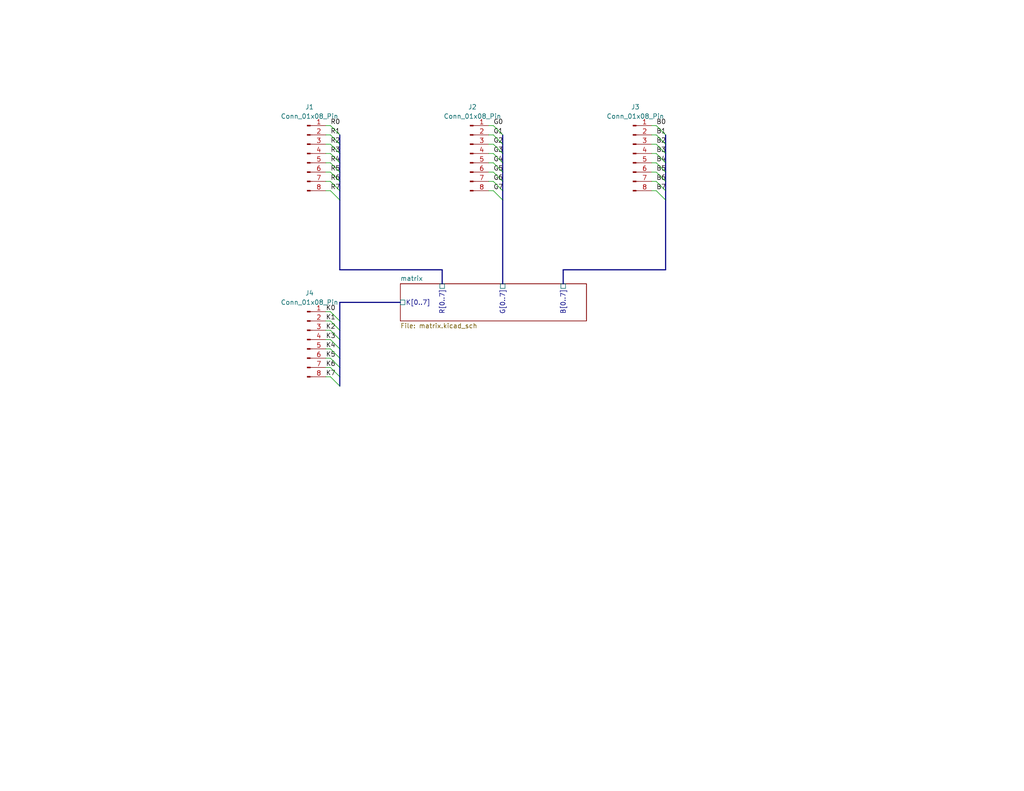
<source format=kicad_sch>
(kicad_sch (version 20250114) (generator "eeschema") (generator_version "9.0")
  (paper "USLetter")
  (lib_symbols
    (symbol "Connector:Conn_01x08_Pin" (pin_names (offset 1.016) (hide yes))
      (property "Reference" "J" (at 0 10.16 0))
      (property "Value" "Conn_01x08_Pin" (at 0 -12.7 0))
      (symbol "Conn_01x08_Pin_1_1"
        (rectangle (start 0.8636 7.747) (end 0 7.493) (stroke (width 0.1524)) (fill (type outline)))
        (rectangle (start 0.8636 5.207) (end 0 4.953) (stroke (width 0.1524)) (fill (type outline)))
        (rectangle (start 0.8636 2.667) (end 0 2.413) (stroke (width 0.1524)) (fill (type outline)))
        (rectangle (start 0.8636 0.127) (end 0 -0.127) (stroke (width 0.1524)) (fill (type outline)))
        (rectangle (start 0.8636 -2.413) (end 0 -2.667) (stroke (width 0.1524)) (fill (type outline)))
        (rectangle (start 0.8636 -4.953) (end 0 -5.207) (stroke (width 0.1524)) (fill (type outline)))
        (rectangle (start 0.8636 -7.493) (end 0 -7.747) (stroke (width 0.1524)) (fill (type outline)))
        (rectangle (start 0.8636 -10.033) (end 0 -10.287) (stroke (width 0.1524)) (fill (type outline)))
        (polyline (pts (xy 1.27 7.62) (xy 0.8636 7.62)) (stroke (width 0.1524)))
        (polyline (pts (xy 1.27 5.08) (xy 0.8636 5.08)) (stroke (width 0.1524)))
        (polyline (pts (xy 1.27 2.54) (xy 0.8636 2.54)) (stroke (width 0.1524)))
        (polyline (pts (xy 1.27 0) (xy 0.8636 0)) (stroke (width 0.1524)))
        (polyline (pts (xy 1.27 -2.54) (xy 0.8636 -2.54)) (stroke (width 0.1524)))
        (polyline (pts (xy 1.27 -5.08) (xy 0.8636 -5.08)) (stroke (width 0.1524)))
        (polyline (pts (xy 1.27 -7.62) (xy 0.8636 -7.62)) (stroke (width 0.1524)))
        (polyline (pts (xy 1.27 -10.16) (xy 0.8636 -10.16)) (stroke (width 0.1524)))
        (pin passive line (at 5.08 7.62 180) (length 3.81) (name "Pin_1") (number "1"))
        (pin passive line (at 5.08 5.08 180) (length 3.81) (name "Pin_2") (number "2"))
        (pin passive line (at 5.08 2.54 180) (length 3.81) (name "Pin_3") (number "3"))
        (pin passive line (at 5.08 0 180) (length 3.81) (name "Pin_4") (number "4"))
        (pin passive line (at 5.08 -2.54 180) (length 3.81) (name "Pin_5") (number "5"))
        (pin passive line (at 5.08 -5.08 180) (length 3.81) (name "Pin_6") (number "6"))
        (pin passive line (at 5.08 -7.62 180) (length 3.81) (name "Pin_7") (number "7"))
        (pin passive line (at 5.08 -10.16 180) (length 3.81) (name "Pin_8") (number "8"))
      )
    )
  )
  (bus_entry (at 134.62 49.53) (size 2.54 2.54))
  (bus_entry (at 134.62 34.29) (size 2.54 2.54))
  (bus_entry (at 134.62 36.83) (size 2.54 2.54))
  (bus_entry (at 179.07 46.99) (size 2.54 2.54))
  (bus_entry (at 134.62 52.07) (size 2.54 2.54))
  (bus_entry (at 179.07 34.29) (size 2.54 2.54))
  (bus_entry (at 179.07 49.53) (size 2.54 2.54))
  (bus_entry (at 90.17 34.29) (size 2.54 2.54))
  (bus_entry (at 90.17 52.07) (size 2.54 2.54))
  (bus_entry (at 90.17 97.79) (size 2.54 2.54))
  (bus_entry (at 134.62 41.91) (size 2.54 2.54))
  (bus_entry (at 179.07 41.91) (size 2.54 2.54))
  (bus_entry (at 179.07 52.07) (size 2.54 2.54))
  (bus_entry (at 90.17 41.91) (size 2.54 2.54))
  (bus_entry (at 90.17 102.87) (size 2.54 2.54))
  (bus_entry (at 179.07 39.37) (size 2.54 2.54))
  (bus_entry (at 90.17 90.17) (size 2.54 2.54))
  (bus_entry (at 90.17 92.71) (size 2.54 2.54))
  (bus_entry (at 90.17 36.83) (size 2.54 2.54))
  (bus_entry (at 90.17 87.63) (size 2.54 2.54))
  (bus_entry (at 134.62 44.45) (size 2.54 2.54))
  (bus_entry (at 90.17 95.25) (size 2.54 2.54))
  (bus_entry (at 179.07 44.45) (size 2.54 2.54))
  (bus_entry (at 179.07 36.83) (size 2.54 2.54))
  (bus_entry (at 90.17 85.09) (size 2.54 2.54))
  (bus_entry (at 90.17 100.33) (size 2.54 2.54))
  (bus_entry (at 90.17 44.45) (size 2.54 2.54))
  (bus_entry (at 90.17 46.99) (size 2.54 2.54))
  (bus_entry (at 134.62 39.37) (size 2.54 2.54))
  (bus_entry (at 90.17 49.53) (size 2.54 2.54))
  (bus_entry (at 90.17 39.37) (size 2.54 2.54))
  (bus_entry (at 134.62 46.99) (size 2.54 2.54))
  (bus (pts (xy 181.61 73.66) (xy 153.67 73.66)))
  (wire (pts (xy 88.9 39.37) (xy 90.17 39.37)))
  (wire (pts (xy 133.35 44.45) (xy 134.62 44.45)))
  (bus (pts (xy 137.16 46.99) (xy 137.16 49.53)))
  (bus (pts (xy 92.71 73.66) (xy 120.65 73.66)))
  (bus (pts (xy 92.71 102.87) (xy 92.71 100.33)))
  (wire (pts (xy 88.9 87.63) (xy 90.17 87.63)))
  (bus (pts (xy 181.61 46.99) (xy 181.61 49.53)))
  (wire (pts (xy 177.8 49.53) (xy 179.07 49.53)))
  (bus (pts (xy 92.71 49.53) (xy 92.71 52.07)))
  (bus (pts (xy 181.61 39.37) (xy 181.61 41.91)))
  (wire (pts (xy 88.9 97.79) (xy 90.17 97.79)))
  (bus (pts (xy 92.71 90.17) (xy 92.71 87.63)))
  (wire (pts (xy 133.35 46.99) (xy 134.62 46.99)))
  (wire (pts (xy 88.9 49.53) (xy 90.17 49.53)))
  (wire (pts (xy 133.35 52.07) (xy 134.62 52.07)))
  (wire (pts (xy 133.35 49.53) (xy 134.62 49.53)))
  (wire (pts (xy 177.8 36.83) (xy 179.07 36.83)))
  (wire (pts (xy 88.9 92.71) (xy 90.17 92.71)))
  (bus (pts (xy 153.67 73.66) (xy 153.67 77.47)))
  (wire (pts (xy 88.9 95.25) (xy 90.17 95.25)))
  (wire (pts (xy 177.8 52.07) (xy 179.07 52.07)))
  (bus (pts (xy 137.16 44.45) (xy 137.16 46.99)))
  (wire (pts (xy 88.9 44.45) (xy 90.17 44.45)))
  (wire (pts (xy 88.9 34.29) (xy 90.17 34.29)))
  (wire (pts (xy 133.35 34.29) (xy 134.62 34.29)))
  (bus (pts (xy 92.71 36.83) (xy 92.71 39.37)))
  (wire (pts (xy 88.9 46.99) (xy 90.17 46.99)))
  (bus (pts (xy 137.16 54.61) (xy 137.16 77.47)))
  (bus (pts (xy 92.71 54.61) (xy 92.71 73.66)))
  (bus (pts (xy 120.65 73.66) (xy 120.65 77.47)))
  (wire (pts (xy 133.35 36.83) (xy 134.62 36.83)))
  (bus (pts (xy 92.71 39.37) (xy 92.71 41.91)))
  (wire (pts (xy 133.35 39.37) (xy 134.62 39.37)))
  (bus (pts (xy 137.16 41.91) (xy 137.16 44.45)))
  (wire (pts (xy 88.9 52.07) (xy 90.17 52.07)))
  (bus (pts (xy 137.16 49.53) (xy 137.16 52.07)))
  (bus (pts (xy 92.71 100.33) (xy 92.71 97.79)))
  (wire (pts (xy 88.9 41.91) (xy 90.17 41.91)))
  (bus (pts (xy 137.16 52.07) (xy 137.16 54.61)))
  (bus (pts (xy 92.71 97.79) (xy 92.71 95.25)))
  (bus (pts (xy 92.71 92.71) (xy 92.71 90.17)))
  (wire (pts (xy 177.8 44.45) (xy 179.07 44.45)))
  (bus (pts (xy 181.61 52.07) (xy 181.61 54.61)))
  (bus (pts (xy 92.71 82.55) (xy 92.71 87.63)))
  (wire (pts (xy 88.9 90.17) (xy 90.17 90.17)))
  (bus (pts (xy 181.61 44.45) (xy 181.61 46.99)))
  (bus (pts (xy 181.61 41.91) (xy 181.61 44.45)))
  (wire (pts (xy 177.8 46.99) (xy 179.07 46.99)))
  (bus (pts (xy 181.61 36.83) (xy 181.61 39.37)))
  (wire (pts (xy 88.9 100.33) (xy 90.17 100.33)))
  (bus (pts (xy 137.16 39.37) (xy 137.16 41.91)))
  (wire (pts (xy 88.9 36.83) (xy 90.17 36.83)))
  (wire (pts (xy 88.9 102.87) (xy 90.17 102.87)))
  (bus (pts (xy 92.71 52.07) (xy 92.71 54.61)))
  (wire (pts (xy 177.8 41.91) (xy 179.07 41.91)))
  (bus (pts (xy 92.71 82.55) (xy 109.22 82.55)))
  (bus (pts (xy 92.71 46.99) (xy 92.71 49.53)))
  (wire (pts (xy 177.8 34.29) (xy 179.07 34.29)))
  (wire (pts (xy 177.8 39.37) (xy 179.07 39.37)))
  (bus (pts (xy 92.71 95.25) (xy 92.71 92.71)))
  (wire (pts (xy 88.9 85.09) (xy 90.17 85.09)))
  (wire (pts (xy 133.35 41.91) (xy 134.62 41.91)))
  (bus (pts (xy 181.61 54.61) (xy 181.61 73.66)))
  (bus (pts (xy 181.61 49.53) (xy 181.61 52.07)))
  (bus (pts (xy 137.16 36.83) (xy 137.16 39.37)))
  (bus (pts (xy 92.71 105.41) (xy 92.71 102.87)))
  (bus (pts (xy 92.71 44.45) (xy 92.71 46.99)))
  (bus (pts (xy 92.71 41.91) (xy 92.71 44.45)))
  (label "G2" (at 134.62 39.37 0))
  (label "G3" (at 134.62 41.91 0))
  (label "G4" (at 134.62 44.45 0))
  (label "G5" (at 134.62 46.99 0))
  (label "G1" (at 134.62 36.83 0))
  (label "G0" (at 134.62 34.29 0))
  (label "R5" (at 90.17 46.99 0))
  (label "R6" (at 90.17 49.53 0))
  (label "R7" (at 90.17 52.07 0))
  (label "R4" (at 90.17 44.45 0))
  (label "R0" (at 90.17 34.29 0))
  (label "R1" (at 90.17 36.83 0))
  (label "R2" (at 90.17 39.37 0))
  (label "R3" (at 90.17 41.91 0))
  (label "B3" (at 179.07 41.91 0))
  (label "B4" (at 179.07 44.45 0))
  (label "B5" (at 179.07 46.99 0))
  (label "B6" (at 179.07 49.53 0))
  (label "B1" (at 179.07 36.83 0))
  (label "B2" (at 179.07 39.37 0))
  (label "B0" (at 179.07 34.29 0))
  (label "B7" (at 179.07 52.07 0))
  (label "G7" (at 134.62 52.07 0))
  (label "G6" (at 134.62 49.53 0))
  (label "K2" (at 88.9 90.17 0))
  (label "K4" (at 88.9 95.25 0))
  (label "K3" (at 88.9 92.71 0))
  (label "K7" (at 88.9 102.87 0))
  (label "K1" (at 88.9 87.63 0))
  (label "K0" (at 88.9 85.09 0))
  (label "K5" (at 88.9 97.79 0))
  (label "K6" (at 88.9 100.33 0))
  (symbol (lib_id "Connector:Conn_01x08_Pin") (at 83.82 92.71 0) (unit 1) (in_bom no)
    (property "Reference" "J4" (at 84.455 80.01 0))
    (property "Value" "Conn_01x08_Pin" (at 84.455 82.55 0))
    (property "Footprint" "Connector_PinHeader_2.54mm:PinHeader_1x08_P2.54mm_Vertical" (effects (hide yes)))
    (property "Description" "Generic connector, single row, 01x08, script generated" (effects (hide yes)))
  )
  (symbol (lib_id "Connector:Conn_01x08_Pin") (at 172.72 41.91 0) (unit 1) (in_bom no)
    (property "Reference" "J3" (at 173.355 29.21 0))
    (property "Value" "Conn_01x08_Pin" (at 173.355 31.75 0))
    (property "Footprint" "Connector_PinHeader_2.54mm:PinHeader_1x08_P2.54mm_Vertical" (effects (hide yes)))
    (property "Description" "Generic connector, single row, 01x08, script generated" (effects (hide yes)))
  )
  (symbol (lib_id "Connector:Conn_01x08_Pin") (at 83.82 41.91 0) (unit 1) (in_bom no)
    (property "Reference" "J1" (at 84.455 29.21 0))
    (property "Value" "Conn_01x08_Pin" (at 84.455 31.75 0))
    (property "Footprint" "Connector_PinHeader_2.54mm:PinHeader_1x08_P2.54mm_Vertical" (effects (hide yes)))
    (property "Description" "Generic connector, single row, 01x08, script generated" (effects (hide yes)))
  )
  (symbol (lib_id "Connector:Conn_01x08_Pin") (at 128.27 41.91 0) (unit 1) (in_bom no)
    (property "Reference" "J2" (at 128.905 29.21 0))
    (property "Value" "Conn_01x08_Pin" (at 128.905 31.75 0))
    (property "Footprint" "Connector_PinHeader_2.54mm:PinHeader_1x08_P2.54mm_Vertical" (effects (hide yes)))
    (property "Description" "Generic connector, single row, 01x08, script generated" (effects (hide yes)))
  )
  (sheet (at 109.22 77.47) (size 50.8 10.16) (stroke (width 0.1524))
    (property "Sheetname" "matrix" (at 109.22 76.7584 0) (effects (justify left bottom)))
    (property "Sheetfile" "matrix.kicad_sch" (at 109.22 88.2146 0) (effects (justify left top)))
    (pin "B[0..7]" passive (at 153.67 77.47 90))
    (pin "G[0..7]" passive (at 137.16 77.47 90))
    (pin "K[0..7]" passive (at 109.22 82.55 180))
    (pin "R[0..7]" passive (at 120.65 77.47 90))
  )
)
</source>
